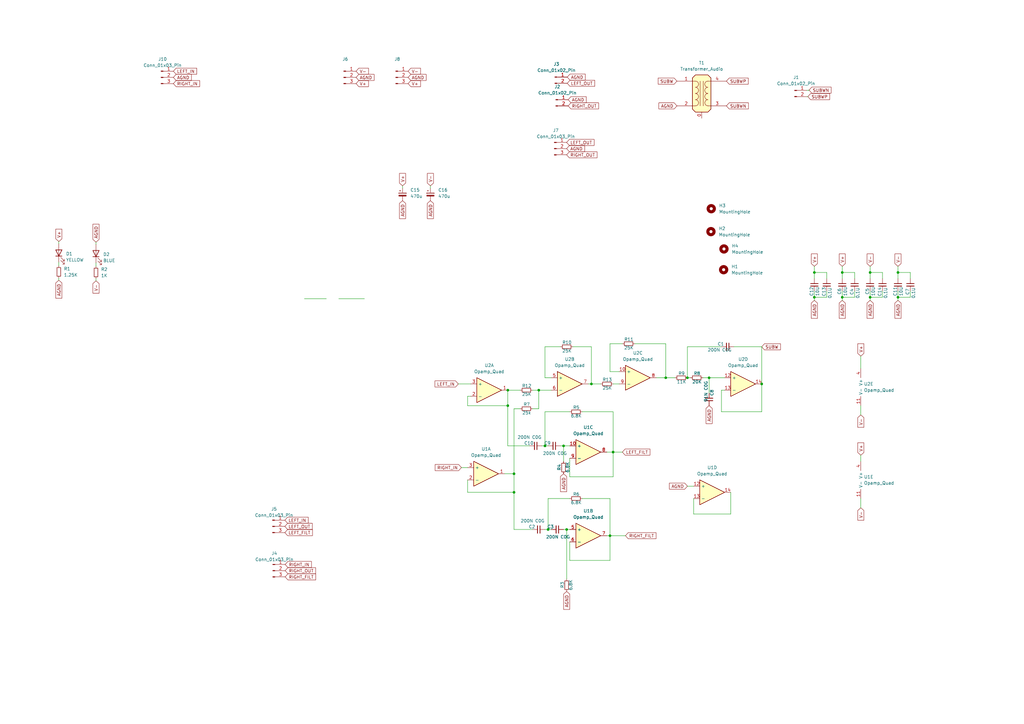
<source format=kicad_sch>
(kicad_sch (version 20231120) (generator "eeschema") (generator_version "8.0")
  (paper "A3")
  (lib_symbols
    (symbol "Connector:Conn_01x02_Pin" (pin_names (offset 1.016) hide)
      (property "Reference" "J" (at 0 2.54 0))
      (property "Value" "Conn_01x02_Pin" (at 0 -5.08 0))
      (symbol "Conn_01x02_Pin_1_1"
        (polyline (pts (xy 1.27 -2.54) (xy 0.8636 -2.54)) (stroke (width 0.1524)))
        (polyline (pts (xy 1.27 0) (xy 0.8636 0)) (stroke (width 0.1524)))
        (rectangle (start 0.8636 -2.413) (end 0 -2.667) (stroke (width 0.1524)) (fill (type outline)))
        (rectangle (start 0.8636 0.127) (end 0 -0.127) (stroke (width 0.1524)) (fill (type outline)))
        (pin passive line (at 5.08 0 180) (length 3.81) (name "Pin_1") (number "1"))
        (pin passive line (at 5.08 -2.54 180) (length 3.81) (name "Pin_2") (number "2"))
      )
    )
    (symbol "Connector:Conn_01x03_Male" (pin_names (offset 1.016) hide)
      (property "Reference" "J" (at 0 5.08 0))
      (property "Value" "Conn_01x03_Male" (at 0 -5.08 0))
      (symbol "Conn_01x03_Male_1_1"
        (polyline (pts (xy 1.27 -2.54) (xy 0.8636 -2.54)) (stroke (width 0.1524)))
        (polyline (pts (xy 1.27 0) (xy 0.8636 0)) (stroke (width 0.1524)))
        (polyline (pts (xy 1.27 2.54) (xy 0.8636 2.54)) (stroke (width 0.1524)))
        (rectangle (start 0.8636 -2.413) (end 0 -2.667) (stroke (width 0.1524)) (fill (type outline)))
        (rectangle (start 0.8636 0.127) (end 0 -0.127) (stroke (width 0.1524)) (fill (type outline)))
        (rectangle (start 0.8636 2.667) (end 0 2.413) (stroke (width 0.1524)) (fill (type outline)))
        (pin passive line (at 5.08 2.54 180) (length 3.81) (name "Pin_1") (number "1"))
        (pin passive line (at 5.08 0 180) (length 3.81) (name "Pin_2") (number "2"))
        (pin passive line (at 5.08 -2.54 180) (length 3.81) (name "Pin_3") (number "3"))
      )
    )
    (symbol "Connector:Conn_01x03_Pin" (pin_names (offset 1.016) hide)
      (property "Reference" "J" (at 0 5.08 0))
      (property "Value" "Conn_01x03_Pin" (at 0 -5.08 0))
      (symbol "Conn_01x03_Pin_1_1"
        (polyline (pts (xy 1.27 -2.54) (xy 0.8636 -2.54)) (stroke (width 0.1524)))
        (polyline (pts (xy 1.27 0) (xy 0.8636 0)) (stroke (width 0.1524)))
        (polyline (pts (xy 1.27 2.54) (xy 0.8636 2.54)) (stroke (width 0.1524)))
        (rectangle (start 0.8636 -2.413) (end 0 -2.667) (stroke (width 0.1524)) (fill (type outline)))
        (rectangle (start 0.8636 0.127) (end 0 -0.127) (stroke (width 0.1524)) (fill (type outline)))
        (rectangle (start 0.8636 2.667) (end 0 2.413) (stroke (width 0.1524)) (fill (type outline)))
        (pin passive line (at 5.08 2.54 180) (length 3.81) (name "Pin_1") (number "1"))
        (pin passive line (at 5.08 0 180) (length 3.81) (name "Pin_2") (number "2"))
        (pin passive line (at 5.08 -2.54 180) (length 3.81) (name "Pin_3") (number "3"))
      )
    )
    (symbol "Device:C_Polarized_Small" (pin_numbers hide) (pin_names (offset 0.254) hide)
      (property "Reference" "C" (at 0.254 1.778 0))
      (property "Value" "C_Polarized_Small" (at 0.254 -2.032 0))
      (symbol "C_Polarized_Small_0_1"
        (rectangle (start -1.524 -0.3048) (end 1.524 -0.6858) (fill (type outline)))
        (rectangle (start -1.524 0.6858) (end 1.524 0.3048))
        (polyline (pts (xy -1.27 1.524) (xy -0.762 1.524)))
        (polyline (pts (xy -1.016 1.27) (xy -1.016 1.778)))
      )
      (symbol "C_Polarized_Small_1_1"
        (pin passive line (at 0 2.54 270) (length 1.8542) (name "~") (number "1"))
        (pin passive line (at 0 -2.54 90) (length 1.8542) (name "~") (number "2"))
      )
    )
    (symbol "Device:C_Small" (pin_numbers hide) (pin_names (offset 0.254) hide)
      (property "Reference" "C" (at 0.254 1.778 0))
      (property "Value" "C_Small" (at 0.254 -2.032 0))
      (symbol "C_Small_0_1"
        (polyline (pts (xy -1.524 -0.508) (xy 1.524 -0.508)) (stroke (width 0.3302)))
        (polyline (pts (xy -1.524 0.508) (xy 1.524 0.508)) (stroke (width 0.3048)))
      )
      (symbol "C_Small_1_1"
        (pin passive line (at 0 2.54 270) (length 2.032) (name "~") (number "1"))
        (pin passive line (at 0 -2.54 90) (length 2.032) (name "~") (number "2"))
      )
    )
    (symbol "Device:LED" (pin_numbers hide) (pin_names (offset 1.016) hide)
      (property "Reference" "D" (at 0 2.54 0))
      (property "Value" "LED" (at 0 -2.54 0))
      (symbol "LED_0_1"
        (polyline (pts (xy -1.27 -1.27) (xy -1.27 1.27)) (stroke (width 0.254)))
        (polyline (pts (xy -1.27 0) (xy 1.27 0)))
        (polyline (pts (xy 1.27 -1.27) (xy 1.27 1.27) (xy -1.27 0) (xy 1.27 -1.27)) (stroke (width 0.254)))
        (polyline (pts (xy -3.048 -0.762) (xy -4.572 -2.286) (xy -3.81 -2.286) (xy -4.572 -2.286) (xy -4.572 -1.524)))
        (polyline (pts (xy -1.778 -0.762) (xy -3.302 -2.286) (xy -2.54 -2.286) (xy -3.302 -2.286) (xy -3.302 -1.524)))
      )
      (symbol "LED_1_1"
        (pin passive line (at -3.81 0 0) (length 2.54) (name "K") (number "1"))
        (pin passive line (at 3.81 0 180) (length 2.54) (name "A") (number "2"))
      )
    )
    (symbol "Device:Opamp_Quad"
      (property "Reference" "U" (at 0 5.08 0))
      (property "Value" "Opamp_Quad" (at 0 -5.08 0))
      (symbol "Opamp_Quad_1_1"
        (polyline (pts (xy -5.08 5.08) (xy 5.08 0) (xy -5.08 -5.08) (xy -5.08 5.08)) (stroke (width 0.254)) (fill (type background)))
        (pin output line (at 7.62 0 180) (length 2.54) (name "~") (number "1"))
        (pin input line (at -7.62 -2.54 0) (length 2.54) (name "-") (number "2"))
        (pin input line (at -7.62 2.54 0) (length 2.54) (name "+") (number "3"))
      )
      (symbol "Opamp_Quad_2_1"
        (polyline (pts (xy -5.08 5.08) (xy 5.08 0) (xy -5.08 -5.08) (xy -5.08 5.08)) (stroke (width 0.254)) (fill (type background)))
        (pin input line (at -7.62 2.54 0) (length 2.54) (name "+") (number "5"))
        (pin input line (at -7.62 -2.54 0) (length 2.54) (name "-") (number "6"))
        (pin output line (at 7.62 0 180) (length 2.54) (name "~") (number "7"))
      )
      (symbol "Opamp_Quad_3_1"
        (polyline (pts (xy -5.08 5.08) (xy 5.08 0) (xy -5.08 -5.08) (xy -5.08 5.08)) (stroke (width 0.254)) (fill (type background)))
        (pin input line (at -7.62 2.54 0) (length 2.54) (name "+") (number "10"))
        (pin output line (at 7.62 0 180) (length 2.54) (name "~") (number "8"))
        (pin input line (at -7.62 -2.54 0) (length 2.54) (name "-") (number "9"))
      )
      (symbol "Opamp_Quad_4_1"
        (polyline (pts (xy -5.08 5.08) (xy 5.08 0) (xy -5.08 -5.08) (xy -5.08 5.08)) (stroke (width 0.254)) (fill (type background)))
        (pin input line (at -7.62 2.54 0) (length 2.54) (name "+") (number "12"))
        (pin input line (at -7.62 -2.54 0) (length 2.54) (name "-") (number "13"))
        (pin output line (at 7.62 0 180) (length 2.54) (name "~") (number "14"))
      )
      (symbol "Opamp_Quad_5_1"
        (pin power_in line (at -2.54 -7.62 90) (length 3.81) (name "V-") (number "11"))
        (pin power_in line (at -2.54 7.62 270) (length 3.81) (name "V+") (number "4"))
      )
    )
    (symbol "Device:R_Small" (pin_numbers hide) (pin_names (offset 0.254) hide)
      (property "Reference" "R" (at 0.762 0.508 0))
      (property "Value" "R_Small" (at 0.762 -1.016 0))
      (symbol "R_Small_0_1"
        (rectangle (start -0.762 1.778) (end 0.762 -1.778) (stroke (width 0.2032)))
      )
      (symbol "R_Small_1_1"
        (pin passive line (at 0 2.54 270) (length 0.762) (name "~") (number "1"))
        (pin passive line (at 0 -2.54 90) (length 0.762) (name "~") (number "2"))
      )
    )
    (symbol "Device:Transformer_Audio" (pin_names (offset 1.016) hide)
      (property "Reference" "T" (at 0 11.684 0))
      (property "Value" "Transformer_Audio" (at 0.254 9.398 0))
      (symbol "Transformer_Audio_0_1"
        (arc (start -2.54 -5.0546) (mid -1.6599 -4.6901) (end -1.27 -3.81))
        (arc (start -2.54 -2.5146) (mid -1.6599 -2.1501) (end -1.27 -1.27))
        (arc (start -2.54 0.0254) (mid -1.6599 0.3899) (end -1.27 1.27))
        (arc (start -2.54 2.5654) (mid -1.6599 2.9299) (end -1.27 3.81))
        (arc (start -1.27 -3.81) (mid -1.642 -2.912) (end -2.54 -2.54))
        (arc (start -1.27 -1.27) (mid -1.642 -0.372) (end -2.54 0))
        (arc (start -1.27 1.27) (mid -1.642 2.168) (end -2.54 2.54))
        (arc (start -1.27 3.81) (mid -1.642 4.708) (end -2.54 5.08))
        (polyline (pts (xy -0.635 5.08) (xy -0.635 -5.08)))
        (polyline (pts (xy 0.635 -5.08) (xy 0.635 5.08)))
        (polyline (pts (xy -3.81 6.35) (xy -2.54 7.62) (xy 2.54 7.62) (xy 3.81 6.35) (xy 3.81 -6.35) (xy 2.54 -7.62) (xy -2.54 -7.62) (xy -3.81 -6.35) (xy -3.81 6.35)) (stroke (width 0.254)) (fill (type background)))
        (arc (start 1.2954 -1.27) (mid 1.6599 -2.1501) (end 2.54 -2.5146))
        (arc (start 1.2954 1.27) (mid 1.6599 0.3899) (end 2.54 0.0254))
        (arc (start 1.2954 3.81) (mid 1.6599 2.9299) (end 2.54 2.5654))
        (arc (start 1.3208 -3.81) (mid 1.6853 -4.6901) (end 2.5654 -5.0546))
        (arc (start 2.54 0) (mid 1.642 -0.372) (end 1.2954 -1.27))
        (arc (start 2.54 2.54) (mid 1.642 2.168) (end 1.2954 1.27))
        (arc (start 2.54 5.08) (mid 1.642 4.708) (end 1.2954 3.81))
        (arc (start 2.5654 -2.54) (mid 1.6674 -2.912) (end 1.3208 -3.81))
      )
      (symbol "Transformer_Audio_1_1"
        (pin input line (at 0 -10.16 90) (length 2.54) (name "~") (number "0"))
        (pin passive line (at -10.16 5.08 0) (length 7.62) (name "AA") (number "1"))
        (pin passive line (at -10.16 -5.08 0) (length 7.62) (name "AB") (number "2"))
        (pin passive line (at 10.16 -5.08 180) (length 7.62) (name "SA") (number "3"))
        (pin passive line (at 10.16 5.08 180) (length 7.62) (name "SB") (number "4"))
      )
    )
    (symbol "Mechanical:MountingHole" (pin_names (offset 1.016))
      (property "Reference" "H" (at 0 5.08 0))
      (property "Value" "MountingHole" (at 0 3.175 0))
      (symbol "MountingHole_0_1"
        (circle (center 0 0) (radius 1.27) (stroke (width 1.27)))
      )
    )
  )
  (junction (at 251.46 185.42))
  (junction (at 281.94 154.94))
  (junction (at 273.05 154.94))
  (junction (at 210.82 201.93))
  (junction (at 356.87 121.92))
  (junction (at 368.3 121.92))
  (junction (at 208.28 166.37))
  (junction (at 231.14 182.88))
  (junction (at 208.28 160.02))
  (junction (at 220.98 160.02))
  (junction (at 334.01 121.92))
  (junction (at 223.52 182.88))
  (junction (at 224.79 217.17))
  (junction (at 334.01 111.76))
  (junction (at 242.57 157.48))
  (junction (at 232.41 217.17))
  (junction (at 290.83 154.94))
  (junction (at 345.44 121.92))
  (junction (at 312.42 157.48))
  (junction (at 345.44 111.76))
  (junction (at 368.3 111.76))
  (junction (at 356.87 111.76))
  (junction (at 210.82 194.31))
  (junction (at 250.19 219.71))
  (wire (pts (xy 189.23 191.77) (xy 191.77 191.77)))
  (wire (pts (xy 345.44 121.92) (xy 345.44 119.38)))
  (wire (pts (xy 368.3 121.92) (xy 368.3 119.38)))
  (wire (pts (xy 368.3 123.19) (xy 368.3 121.92)))
  (wire (pts (xy 210.82 217.17) (xy 218.44 217.17)))
  (wire (pts (xy 353.06 146.05) (xy 353.06 151.13)))
  (wire (pts (xy 350.52 121.92) (xy 345.44 121.92)))
  (wire (pts (xy 284.48 204.47) (xy 284.48 210.82)))
  (wire (pts (xy 353.06 208.28) (xy 353.06 204.47)))
  (wire (pts (xy 187.96 157.48) (xy 193.04 157.48)))
  (wire (pts (xy 233.68 229.87) (xy 250.19 229.87)))
  (wire (pts (xy 39.37 115.189) (xy 39.37 114.3)))
  (wire (pts (xy 165.1 76.2) (xy 165.1 77.216)))
  (wire (pts (xy 229.87 142.24) (xy 223.52 142.24)))
  (wire (pts (xy 251.46 195.58) (xy 251.46 185.42)))
  (wire (pts (xy 331.343 39.624) (xy 330.962 39.624)))
  (wire (pts (xy 345.44 111.76) (xy 345.44 114.3)))
  (wire (pts (xy 133.858 122.555) (xy 124.841 122.555)))
  (wire (pts (xy 208.28 160.02) (xy 208.28 166.37)))
  (wire (pts (xy 238.76 168.91) (xy 251.46 168.91)))
  (wire (pts (xy 218.44 160.02) (xy 220.98 160.02)))
  (wire (pts (xy 312.42 142.24) (xy 312.42 157.48)))
  (wire (pts (xy 250.19 204.47) (xy 238.76 204.47)))
  (wire (pts (xy 251.46 168.91) (xy 251.46 185.42)))
  (wire (pts (xy 223.52 217.17) (xy 224.79 217.17)))
  (wire (pts (xy 339.09 114.3) (xy 339.09 111.76)))
  (wire (pts (xy 218.44 167.64) (xy 220.98 167.64)))
  (wire (pts (xy 361.95 119.38) (xy 361.95 121.92)))
  (wire (pts (xy 223.52 154.94) (xy 226.06 154.94)))
  (wire (pts (xy 39.37 99.314) (xy 39.37 100.203)))
  (wire (pts (xy 339.09 119.38) (xy 339.09 121.92)))
  (wire (pts (xy 24.13 99.06) (xy 24.13 99.949)))
  (wire (pts (xy 233.68 204.47) (xy 224.79 204.47)))
  (wire (pts (xy 361.95 121.92) (xy 356.87 121.92)))
  (wire (pts (xy 334.01 123.19) (xy 334.01 121.92)))
  (wire (pts (xy 232.41 217.17) (xy 233.68 217.17)))
  (wire (pts (xy 233.68 168.91) (xy 223.52 168.91)))
  (wire (pts (xy 250.19 140.97) (xy 250.19 152.4)))
  (wire (pts (xy 242.57 142.24) (xy 234.95 142.24)))
  (wire (pts (xy 220.98 160.02) (xy 226.06 160.02)))
  (wire (pts (xy 373.38 114.3) (xy 373.38 111.76)))
  (wire (pts (xy 273.05 140.97) (xy 260.35 140.97)))
  (wire (pts (xy 248.92 219.71) (xy 250.19 219.71)))
  (wire (pts (xy 312.42 168.91) (xy 312.42 157.48)))
  (wire (pts (xy 334.01 111.76) (xy 334.01 114.3)))
  (wire (pts (xy 345.44 109.22) (xy 345.44 111.76)))
  (wire (pts (xy 373.38 121.92) (xy 368.3 121.92)))
  (wire (pts (xy 334.01 121.92) (xy 334.01 119.38)))
  (wire (pts (xy 356.87 121.92) (xy 356.87 119.38)))
  (wire (pts (xy 208.28 166.37) (xy 191.77 166.37)))
  (wire (pts (xy 356.87 109.22) (xy 356.87 111.76)))
  (wire (pts (xy 356.87 123.19) (xy 356.87 121.92)))
  (wire (pts (xy 224.79 204.47) (xy 224.79 217.17)))
  (wire (pts (xy 250.19 229.87) (xy 250.19 219.71)))
  (wire (pts (xy 361.95 111.76) (xy 356.87 111.76)))
  (wire (pts (xy 356.87 111.76) (xy 356.87 114.3)))
  (wire (pts (xy 331.724 36.957) (xy 331.724 37.084)))
  (wire (pts (xy 241.3 157.48) (xy 242.57 157.48)))
  (wire (pts (xy 210.82 201.93) (xy 191.77 201.93)))
  (wire (pts (xy 24.13 114.935) (xy 24.13 114.046)))
  (wire (pts (xy 191.77 162.56) (xy 193.04 162.56)))
  (wire (pts (xy 176.53 76.2) (xy 176.53 77.216)))
  (wire (pts (xy 223.52 182.88) (xy 224.79 182.88)))
  (wire (pts (xy 281.94 142.24) (xy 281.94 154.94)))
  (wire (pts (xy 191.77 166.37) (xy 191.77 162.56)))
  (wire (pts (xy 299.72 210.82) (xy 299.72 201.93)))
  (wire (pts (xy 269.24 154.94) (xy 273.05 154.94)))
  (wire (pts (xy 231.14 189.23) (xy 231.14 182.88)))
  (wire (pts (xy 353.06 186.69) (xy 353.06 189.23)))
  (wire (pts (xy 208.28 182.88) (xy 217.17 182.88)))
  (wire (pts (xy 284.48 210.82) (xy 299.72 210.82)))
  (wire (pts (xy 368.3 111.76) (xy 368.3 114.3)))
  (wire (pts (xy 251.46 157.48) (xy 254 157.48)))
  (wire (pts (xy 246.38 157.48) (xy 242.57 157.48)))
  (wire (pts (xy 39.37 109.22) (xy 39.37 107.823)))
  (wire (pts (xy 210.82 167.64) (xy 210.82 194.31)))
  (wire (pts (xy 138.938 122.555) (xy 149.479 122.555)))
  (wire (pts (xy 250.19 219.71) (xy 256.54 219.71)))
  (wire (pts (xy 213.36 167.64) (xy 210.82 167.64)))
  (wire (pts (xy 242.57 157.48) (xy 242.57 142.24)))
  (wire (pts (xy 331.724 37.084) (xy 330.962 37.084)))
  (wire (pts (xy 223.52 142.24) (xy 223.52 154.94)))
  (wire (pts (xy 281.94 199.39) (xy 284.48 199.39)))
  (wire (pts (xy 251.46 185.42) (xy 248.92 185.42)))
  (wire (pts (xy 255.27 140.97) (xy 250.19 140.97)))
  (wire (pts (xy 24.13 108.966) (xy 24.13 107.569)))
  (wire (pts (xy 255.27 185.42) (xy 251.46 185.42)))
  (wire (pts (xy 334.01 109.22) (xy 334.01 111.76)))
  (wire (pts (xy 300.99 142.24) (xy 312.42 142.24)))
  (wire (pts (xy 220.98 167.64) (xy 220.98 160.02)))
  (wire (pts (xy 273.05 154.94) (xy 273.05 140.97)))
  (wire (pts (xy 295.91 142.24) (xy 281.94 142.24)))
  (wire (pts (xy 210.82 201.93) (xy 210.82 194.31)))
  (wire (pts (xy 233.68 187.96) (xy 233.68 195.58)))
  (wire (pts (xy 222.25 182.88) (xy 223.52 182.88)))
  (wire (pts (xy 361.95 114.3) (xy 361.95 111.76)))
  (wire (pts (xy 331.851 36.957) (xy 331.724 36.957)))
  (wire (pts (xy 232.41 237.49) (xy 232.41 217.17)))
  (wire (pts (xy 223.52 168.91) (xy 223.52 182.88)))
  (wire (pts (xy 231.14 217.17) (xy 232.41 217.17)))
  (wire (pts (xy 250.19 219.71) (xy 250.19 204.47)))
  (wire (pts (xy 290.83 154.94) (xy 297.18 154.94)))
  (wire (pts (xy 350.52 111.76) (xy 345.44 111.76)))
  (wire (pts (xy 208.28 166.37) (xy 208.28 182.88)))
  (wire (pts (xy 295.91 160.02) (xy 295.91 168.91)))
  (wire (pts (xy 297.18 160.02) (xy 295.91 160.02)))
  (wire (pts (xy 339.09 121.92) (xy 334.01 121.92)))
  (wire (pts (xy 276.86 154.94) (xy 273.05 154.94)))
  (wire (pts (xy 295.91 168.91) (xy 312.42 168.91)))
  (wire (pts (xy 229.87 182.88) (xy 231.14 182.88)))
  (wire (pts (xy 250.19 152.4) (xy 254 152.4)))
  (wire (pts (xy 210.82 217.17) (xy 210.82 201.93)))
  (wire (pts (xy 213.36 160.02) (xy 208.28 160.02)))
  (wire (pts (xy 339.09 111.76) (xy 334.01 111.76)))
  (wire (pts (xy 345.44 123.19) (xy 345.44 121.92)))
  (wire (pts (xy 231.14 182.88) (xy 233.68 182.88)))
  (wire (pts (xy 288.29 154.94) (xy 290.83 154.94)))
  (wire (pts (xy 350.52 114.3) (xy 350.52 111.76)))
  (wire (pts (xy 207.01 194.31) (xy 210.82 194.31)))
  (wire (pts (xy 353.06 170.18) (xy 353.06 166.37)))
  (wire (pts (xy 373.38 119.38) (xy 373.38 121.92)))
  (wire (pts (xy 191.77 201.93) (xy 191.77 196.85)))
  (wire (pts (xy 290.83 161.29) (xy 290.83 154.94)))
  (wire (pts (xy 368.3 109.22) (xy 368.3 111.76)))
  (wire (pts (xy 233.68 195.58) (xy 251.46 195.58)))
  (wire (pts (xy 224.79 217.17) (xy 226.06 217.17)))
  (wire (pts (xy 373.38 111.76) (xy 368.3 111.76)))
  (wire (pts (xy 233.68 222.25) (xy 233.68 229.87)))
  (wire (pts (xy 283.21 154.94) (xy 281.94 154.94)))
  (wire (pts (xy 350.52 119.38) (xy 350.52 121.92)))
  (global_label "AGND" (shape input) (at 356.87 123.19 270) (property "Intersheetrefs" "${INTERSHEET_REFS}" (effects (hide yes))))
  (global_label "RIGHT_IN" (shape input) (at 189.23 191.77 180) (property "Intersheetrefs" "${INTERSHEET_REFS}" (effects (hide yes))))
  (global_label "RIGHT_FILT" (shape input) (at 116.967 236.601 0) (property "Intersheetrefs" "${INTERSHEET_REFS}" (effects (hide yes))))
  (global_label "SUBWP" (shape input) (at 331.343 39.624 0) (property "Intersheetrefs" "${INTERSHEET_REFS}" (effects (hide yes))))
  (global_label "AGND" (shape input) (at 146.05 31.75 0) (property "Intersheetrefs" "${INTERSHEET_REFS}" (effects (hide yes))))
  (global_label "LEFT_OUT" (shape input) (at 232.664 34.163 0) (property "Intersheetrefs" "${INTERSHEET_REFS}" (effects (hide yes))))
  (global_label "V-" (shape input) (at 356.87 109.22 90) (property "Intersheetrefs" "${INTERSHEET_REFS}" (effects (hide yes))))
  (global_label "V-" (shape input) (at 353.06 170.18 270) (property "Intersheetrefs" "${INTERSHEET_REFS}" (effects (hide yes))))
  (global_label "SUBW" (shape input) (at 312.42 142.24 0) (property "Intersheetrefs" "${INTERSHEET_REFS}" (effects (hide yes))))
  (global_label "AGND" (shape input) (at 290.83 166.37 270) (property "Intersheetrefs" "${INTERSHEET_REFS}" (effects (hide yes))))
  (global_label "AGND" (shape input) (at 167.386 31.75 0) (property "Intersheetrefs" "${INTERSHEET_REFS}" (effects (hide yes))))
  (global_label "LEFT_FILT" (shape input) (at 116.84 218.44 0) (property "Intersheetrefs" "${INTERSHEET_REFS}" (effects (hide yes))))
  (global_label "V+" (shape input) (at 24.13 99.06 90) (property "Intersheetrefs" "${INTERSHEET_REFS}" (effects (hide yes))))
  (global_label "SUBWN" (shape input) (at 297.942 43.434 0) (property "Intersheetrefs" "${INTERSHEET_REFS}" (effects (hide yes))))
  (global_label "V+" (shape input) (at 167.386 34.29 0) (property "Intersheetrefs" "${INTERSHEET_REFS}" (effects (hide yes))))
  (global_label "AGND" (shape input) (at 334.01 123.19 270) (property "Intersheetrefs" "${INTERSHEET_REFS}" (effects (hide yes))))
  (global_label "AGND" (shape input) (at 277.622 43.434 180) (property "Intersheetrefs" "${INTERSHEET_REFS}" (effects (hide yes))))
  (global_label "V-" (shape input) (at 39.37 115.189 270) (property "Intersheetrefs" "${INTERSHEET_REFS}" (effects (hide yes))))
  (global_label "RIGHT_OUT" (shape input) (at 116.967 234.061 0) (property "Intersheetrefs" "${INTERSHEET_REFS}" (effects (hide yes))))
  (global_label "V+" (shape input) (at 146.05 34.29 0) (property "Intersheetrefs" "${INTERSHEET_REFS}" (effects (hide yes))))
  (global_label "V+" (shape input) (at 334.01 109.22 90) (property "Intersheetrefs" "${INTERSHEET_REFS}" (effects (hide yes))))
  (global_label "LEFT_IN" (shape input) (at 187.96 157.48 180) (property "Intersheetrefs" "${INTERSHEET_REFS}" (effects (hide yes))))
  (global_label "V-" (shape input) (at 176.53 76.2 90) (property "Intersheetrefs" "${INTERSHEET_REFS}" (effects (hide yes))))
  (global_label "AGND" (shape input) (at 232.664 31.623 0) (property "Intersheetrefs" "${INTERSHEET_REFS}" (effects (hide yes))))
  (global_label "AGND" (shape input) (at 24.13 114.935 270) (property "Intersheetrefs" "${INTERSHEET_REFS}" (effects (hide yes))))
  (global_label "AGND" (shape input) (at 232.41 60.96 0) (property "Intersheetrefs" "${INTERSHEET_REFS}" (effects (hide yes))))
  (global_label "AGND" (shape input) (at 39.37 99.314 90) (property "Intersheetrefs" "${INTERSHEET_REFS}" (effects (hide yes))))
  (global_label "SUBWN" (shape input) (at 331.851 36.957 0) (property "Intersheetrefs" "${INTERSHEET_REFS}" (effects (hide yes))))
  (global_label "LEFT_IN" (shape input) (at 71.12 29.21 0) (property "Intersheetrefs" "${INTERSHEET_REFS}" (effects (hide yes))))
  (global_label "SUBWP" (shape input) (at 297.942 33.274 0) (property "Intersheetrefs" "${INTERSHEET_REFS}" (effects (hide yes))))
  (global_label "RIGHT_FILT" (shape input) (at 256.54 219.71 0) (property "Intersheetrefs" "${INTERSHEET_REFS}" (effects (hide yes))))
  (global_label "LEFT_IN" (shape input) (at 116.84 213.36 0) (property "Intersheetrefs" "${INTERSHEET_REFS}" (effects (hide yes))))
  (global_label "AGND" (shape input) (at 281.94 199.39 180) (property "Intersheetrefs" "${INTERSHEET_REFS}" (effects (hide yes))))
  (global_label "AGND" (shape input) (at 231.14 194.31 270) (property "Intersheetrefs" "${INTERSHEET_REFS}" (effects (hide yes))))
  (global_label "RIGHT_IN" (shape input) (at 71.12 34.29 0) (property "Intersheetrefs" "${INTERSHEET_REFS}" (effects (hide yes))))
  (global_label "AGND" (shape input) (at 71.12 31.75 0) (property "Intersheetrefs" "${INTERSHEET_REFS}" (effects (hide yes))))
  (global_label "AGND" (shape input) (at 165.1 82.296 270) (property "Intersheetrefs" "${INTERSHEET_REFS}" (effects (hide yes))))
  (global_label "RIGHT_OUT" (shape input) (at 232.41 63.5 0) (property "Intersheetrefs" "${INTERSHEET_REFS}" (effects (hide yes))))
  (global_label "LEFT_OUT" (shape input) (at 116.84 215.9 0) (property "Intersheetrefs" "${INTERSHEET_REFS}" (effects (hide yes))))
  (global_label "V+" (shape input) (at 345.44 109.22 90) (property "Intersheetrefs" "${INTERSHEET_REFS}" (effects (hide yes))))
  (global_label "RIGHT_IN" (shape input) (at 116.967 231.521 0) (property "Intersheetrefs" "${INTERSHEET_REFS}" (effects (hide yes))))
  (global_label "V+" (shape input) (at 165.1 76.2 90) (property "Intersheetrefs" "${INTERSHEET_REFS}" (effects (hide yes))))
  (global_label "V-" (shape input) (at 353.06 208.28 270) (property "Intersheetrefs" "${INTERSHEET_REFS}" (effects (hide yes))))
  (global_label "V-" (shape input) (at 167.386 29.21 0) (property "Intersheetrefs" "${INTERSHEET_REFS}" (effects (hide yes))))
  (global_label "AGND" (shape input) (at 233.045 40.894 0) (property "Intersheetrefs" "${INTERSHEET_REFS}" (effects (hide yes))))
  (global_label "V-" (shape input) (at 368.3 109.22 90) (property "Intersheetrefs" "${INTERSHEET_REFS}" (effects (hide yes))))
  (global_label "AGND" (shape input) (at 176.53 82.296 270) (property "Intersheetrefs" "${INTERSHEET_REFS}" (effects (hide yes))))
  (global_label "AGND" (shape input) (at 232.41 242.57 270) (property "Intersheetrefs" "${INTERSHEET_REFS}" (effects (hide yes))))
  (global_label "SUBW" (shape input) (at 277.622 33.274 180) (property "Intersheetrefs" "${INTERSHEET_REFS}" (effects (hide yes))))
  (global_label "RIGHT_OUT" (shape input) (at 233.045 43.434 0) (property "Intersheetrefs" "${INTERSHEET_REFS}" (effects (hide yes))))
  (global_label "V+" (shape input) (at 353.06 146.05 90) (property "Intersheetrefs" "${INTERSHEET_REFS}" (effects (hide yes))))
  (global_label "AGND" (shape input) (at 368.3 123.19 270) (property "Intersheetrefs" "${INTERSHEET_REFS}" (effects (hide yes))))
  (global_label "V+" (shape input) (at 353.06 186.69 90) (property "Intersheetrefs" "${INTERSHEET_REFS}" (effects (hide yes))))
  (global_label "LEFT_FILT" (shape input) (at 255.27 185.42 0) (property "Intersheetrefs" "${INTERSHEET_REFS}" (effects (hide yes))))
  (global_label "V-" (shape input) (at 146.05 29.21 0) (property "Intersheetrefs" "${INTERSHEET_REFS}" (effects (hide yes))))
  (global_label "AGND" (shape input) (at 345.44 123.19 270) (property "Intersheetrefs" "${INTERSHEET_REFS}" (effects (hide yes))))
  (global_label "LEFT_OUT" (shape input) (at 232.41 58.42 0) (property "Intersheetrefs" "${INTERSHEET_REFS}" (effects (hide yes))))
  (symbol (lib_id "Device:C_Small") (at 356.87 116.84 0) (unit 1)
    (property "Reference" "C5" (at 355.727 119.507 90))
    (property "Value" "10U" (at 358.14 119.507 90))
    (property "Footprint" "Capacitor_SMD:C_1206_3216Metric_Pad1.33x1.80mm_HandSolder" (effects (hide yes)))
  )
  (symbol (lib_id "Connector:Conn_01x03_Pin") (at 111.76 215.9 0) (unit 1)
    (property "Reference" "J5" (at 112.395 208.788 0))
    (property "Value" "Conn_01x03_Pin" (at 112.395 211.328 0))
    (property "Footprint" "Connector_PinHeader_2.54mm:PinHeader_1x03_P2.54mm_Vertical" (effects (hide yes)))
  )
  (symbol (lib_id "Device:C_Small") (at 227.33 182.88 270) (unit 1)
    (property "Reference" "C9" (at 224.536 181.737 90))
    (property "Value" "200N C0G" (at 227.584 185.928 90))
    (property "Footprint" "Capacitor_SMD:C_0805_2012Metric_Pad1.18x1.45mm_HandSolder" (effects (hide yes)))
  )
  (symbol (lib_id "Device:C_Small") (at 228.6 217.17 270) (unit 1)
    (property "Reference" "C3" (at 225.806 216.027 90))
    (property "Value" "200N C0G" (at 228.854 220.218 90))
    (property "Footprint" "Capacitor_SMD:C_0805_2012Metric_Pad1.18x1.45mm_HandSolder" (effects (hide yes)))
  )
  (symbol (lib_id "Device:C_Small") (at 334.01 116.84 0) (unit 1)
    (property "Reference" "C12" (at 332.867 119.507 90))
    (property "Value" "10U" (at 335.28 119.507 90))
    (property "Footprint" "Capacitor_SMD:C_1206_3216Metric_Pad1.33x1.80mm_HandSolder" (effects (hide yes)))
  )
  (symbol (lib_id "Device:C_Small") (at 298.45 142.24 270) (unit 1)
    (property "Reference" "C1" (at 295.656 141.097 90))
    (property "Value" "200N C0G" (at 295.148 143.51 90))
    (property "Footprint" "Capacitor_SMD:C_0805_2012Metric_Pad1.18x1.45mm_HandSolder" (effects (hide yes)))
  )
  (symbol (lib_id "Device:R_Small") (at 232.41 142.24 270) (unit 1)
    (property "Reference" "R10" (at 232.537 140.462 90))
    (property "Value" "25K" (at 232.537 143.891 90))
    (property "Footprint" "Resistor_SMD:R_0603_1608Metric_Pad0.98x0.95mm_HandSolder" (effects (hide yes)))
  )
  (symbol (lib_id "Device:C_Small") (at 290.83 163.83 180) (unit 1)
    (property "Reference" "C8" (at 291.973 161.036 90))
    (property "Value" "91N C0G" (at 289.56 160.528 90))
    (property "Footprint" "Capacitor_SMD:C_0805_2012Metric_Pad1.18x1.45mm_HandSolder" (effects (hide yes)))
  )
  (symbol (lib_id "Connector:Conn_01x03_Pin") (at 227.33 60.96 0) (unit 1)
    (property "Reference" "J7" (at 227.965 53.467 0))
    (property "Value" "Conn_01x03_Pin" (at 227.965 56.007 0))
    (property "Footprint" "Connector_JST:JST_PH_B3B-PH-K_1x03_P2.00mm_Vertical" (effects (hide yes)))
  )
  (symbol (lib_id "Device:Transformer_Audio") (at 287.782 38.354 0) (unit 1)
    (property "Reference" "T1" (at 287.782 25.781 0))
    (property "Value" "Transformer_Audio" (at 287.782 28.321 0))
    (property "Footprint" "Components:DA101C" (effects (hide yes)))
  )
  (symbol (lib_id "Device:R_Small") (at 257.81 140.97 270) (unit 1)
    (property "Reference" "R11" (at 257.937 139.192 90))
    (property "Value" "25K" (at 257.937 142.621 90))
    (property "Footprint" "Resistor_SMD:R_0603_1608Metric_Pad0.98x0.95mm_HandSolder" (effects (hide yes)))
  )
  (symbol (lib_id "Connector:Conn_01x03_Pin") (at 66.04 31.75 0) (unit 1)
    (property "Reference" "J10" (at 66.675 24.257 0))
    (property "Value" "Conn_01x03_Pin" (at 66.675 26.797 0))
    (property "Footprint" "Connector_JST:JST_PH_B3B-PH-K_1x03_P2.00mm_Vertical" (effects (hide yes)))
  )
  (symbol (lib_id "Device:R_Small") (at 279.4 154.94 270) (unit 1)
    (property "Reference" "R9" (at 279.527 153.162 90))
    (property "Value" "11K" (at 279.527 156.591 90))
    (property "Footprint" "Resistor_SMD:R_0603_1608Metric_Pad0.98x0.95mm_HandSolder" (effects (hide yes)))
  )
  (symbol (lib_id "Device:Opamp_Quad") (at 355.6 158.75 0) (unit 5)
    (property "Reference" "U2" (at 354.33 157.4799 0) (effects (justify left)))
    (property "Value" "Opamp_Quad" (at 354.33 160.0199 0) (effects (justify left)))
    (property "Footprint" "Package_SO:TSSOP-14_4.4x5mm_P0.65mm" (effects (hide yes)))
    (property "Description" "Quad operational amplifier" (effects (hide yes)))
    (property "Sim.Library" "${KICAD7_SYMBOL_DIR}/Simulation_SPICE.sp" (effects (hide yes)))
    (property "Sim.Name" "kicad_builtin_opamp_quad" (effects (hide yes)))
    (property "Sim.Device" "SUBCKT" (effects (hide yes)))
    (property "Sim.Pins" "1=out1 2=in1- 3=in1+ 4=vcc 5=in2+ 6=in2- 7=out2 8=out3 9=in3- 10=in3+ 11=vee 12=in4+ 13=in4- 14=out4" (effects (hide yes)))
  )
  (symbol (lib_id "Device:R_Small") (at 285.75 154.94 270) (unit 1)
    (property "Reference" "R8" (at 285.877 153.162 90))
    (property "Value" "20K" (at 285.877 156.591 90))
    (property "Footprint" "Resistor_SMD:R_0603_1608Metric_Pad0.98x0.95mm_HandSolder" (effects (hide yes)))
  )
  (symbol (lib_id "Device:R_Small") (at 248.92 157.48 270) (unit 1)
    (property "Reference" "R13" (at 249.047 155.702 90))
    (property "Value" "25K" (at 249.047 159.131 90))
    (property "Footprint" "Resistor_SMD:R_0603_1608Metric_Pad0.98x0.95mm_HandSolder" (effects (hide yes)))
  )
  (symbol (lib_id "Mechanical:MountingHole") (at 296.926 102.108 0) (unit 1)
    (property "Reference" "H4" (at 300.101 100.8379 0) (effects (justify left)))
    (property "Value" "MountingHole" (at 300.101 103.3779 0) (effects (justify left)))
    (property "Footprint" "MountingHole:MountingHole_3.2mm_M3" (effects (hide yes)))
  )
  (symbol (lib_id "Device:R_Small") (at 236.22 204.47 270) (unit 1)
    (property "Reference" "R6" (at 236.347 202.692 90))
    (property "Value" "6.8K" (at 236.347 206.121 90))
    (property "Footprint" "Resistor_SMD:R_0603_1608Metric_Pad0.98x0.95mm_HandSolder" (effects (hide yes)))
  )
  (symbol (lib_id "Device:R_Small") (at 39.37 111.76 180) (unit 1)
    (property "Reference" "R2" (at 41.402 110.49 0) (effects (justify right)))
    (property "Value" "1K" (at 41.402 113.03 0) (effects (justify right)))
    (property "Footprint" "Resistor_SMD:R_0603_1608Metric_Pad0.98x0.95mm_HandSolder" (effects (hide yes)))
  )
  (symbol (lib_id "Device:C_Small") (at 361.95 116.84 0) (unit 1)
    (property "Reference" "C14" (at 360.807 119.634 90))
    (property "Value" "0.1U" (at 363.22 120.142 90))
    (property "Footprint" "Capacitor_SMD:C_0805_2012Metric_Pad1.18x1.45mm_HandSolder" (effects (hide yes)))
  )
  (symbol (lib_id "Device:C_Polarized_Small") (at 176.53 79.756 0) (unit 1)
    (property "Reference" "C16" (at 179.705 77.9399 0) (effects (justify left)))
    (property "Value" "470u" (at 179.705 80.4799 0) (effects (justify left)))
    (property "Footprint" "Capacitor_THT:CP_Radial_D6.3mm_P2.50mm" (effects (hide yes)))
  )
  (symbol (lib_id "Connector:Conn_01x03_Male") (at 162.306 31.75 0) (unit 1)
    (property "Reference" "J8" (at 162.941 24.257 0))
    (property "Value" "Conn_01x03_Male" (effects (hide yes)))
    (property "Footprint" "Connector_JST:JST_PH_B3B-PH-K_1x03_P2.00mm_Vertical" (effects (hide yes)))
  )
  (symbol (lib_id "Connector:Conn_01x02_Pin") (at 325.882 37.084 0) (unit 1)
    (property "Reference" "J1" (at 326.517 31.75 0))
    (property "Value" "Conn_01x02_Pin" (at 326.517 34.29 0))
    (property "Footprint" "Connector_JST:JST_PH_B2B-PH-K_1x02_P2.00mm_Vertical" (effects (hide yes)))
  )
  (symbol (lib_id "Device:R_Small") (at 215.9 167.64 270) (unit 1)
    (property "Reference" "R7" (at 216.027 165.862 90))
    (property "Value" "25k" (at 216.027 169.291 90))
    (property "Footprint" "Resistor_SMD:R_0603_1608Metric_Pad0.98x0.95mm_HandSolder" (effects (hide yes)))
  )
  (symbol (lib_id "Mechanical:MountingHole") (at 291.719 85.598 0) (unit 1)
    (property "Reference" "H3" (at 294.894 84.3279 0) (effects (justify left)))
    (property "Value" "MountingHole" (at 294.894 86.8679 0) (effects (justify left)))
    (property "Footprint" "MountingHole:MountingHole_3.2mm_M3" (effects (hide yes)))
  )
  (symbol (lib_id "Device:R_Small") (at 232.41 240.03 0) (unit 1)
    (property "Reference" "R3" (at 230.632 239.903 90))
    (property "Value" "6.8K" (at 234.061 239.903 90))
    (property "Footprint" "Resistor_SMD:R_0603_1608Metric_Pad0.98x0.95mm_HandSolder" (effects (hide yes)))
  )
  (symbol (lib_id "Device:C_Polarized_Small") (at 165.1 79.756 0) (unit 1)
    (property "Reference" "C15" (at 168.275 77.9399 0) (effects (justify left)))
    (property "Value" "470u" (at 168.275 80.4799 0) (effects (justify left)))
    (property "Footprint" "Capacitor_THT:CP_Radial_D6.3mm_P2.50mm" (effects (hide yes)))
  )
  (symbol (lib_id "Device:Opamp_Quad") (at 304.8 157.48 0) (unit 4)
    (property "Reference" "U2" (at 304.8 147.32 0))
    (property "Value" "Opamp_Quad" (at 304.8 149.86 0))
    (property "Footprint" "Package_SO:TSSOP-14_4.4x5mm_P0.65mm" (effects (hide yes)))
    (property "Description" "Quad operational amplifier" (effects (hide yes)))
    (property "Sim.Library" "${KICAD7_SYMBOL_DIR}/Simulation_SPICE.sp" (effects (hide yes)))
    (property "Sim.Name" "kicad_builtin_opamp_quad" (effects (hide yes)))
    (property "Sim.Device" "SUBCKT" (effects (hide yes)))
    (property "Sim.Pins" "1=out1 2=in1- 3=in1+ 4=vcc 5=in2+ 6=in2- 7=out2 8=out3 9=in3- 10=in3+ 11=vee 12=in4+ 13=in4- 14=out4" (effects (hide yes)))
  )
  (symbol (lib_id "Device:R_Small") (at 236.22 168.91 270) (unit 1)
    (property "Reference" "R5" (at 236.347 167.132 90))
    (property "Value" "6.8K" (at 236.347 170.561 90))
    (property "Footprint" "Resistor_SMD:R_0603_1608Metric_Pad0.98x0.95mm_HandSolder" (effects (hide yes)))
  )
  (symbol (lib_id "Connector:Conn_01x03_Male") (at 140.97 31.75 0) (unit 1)
    (property "Reference" "J6" (at 141.605 24.257 0))
    (property "Value" "Conn_01x03_Male" (effects (hide yes)))
    (property "Footprint" "Connector_JST:JST_PH_B3B-PH-K_1x03_P2.00mm_Vertical" (effects (hide yes)))
  )
  (symbol (lib_id "Device:Opamp_Quad") (at 241.3 219.71 0) (unit 2)
    (property "Reference" "U1" (at 241.3 209.55 0))
    (property "Value" "Opamp_Quad" (at 241.3 212.09 0))
    (property "Footprint" "Package_SO:TSSOP-14_4.4x5mm_P0.65mm" (effects (hide yes)))
    (property "Description" "Quad operational amplifier" (effects (hide yes)))
    (property "Sim.Library" "${KICAD7_SYMBOL_DIR}/Simulation_SPICE.sp" (effects (hide yes)))
    (property "Sim.Name" "kicad_builtin_opamp_quad" (effects (hide yes)))
    (property "Sim.Device" "SUBCKT" (effects (hide yes)))
    (property "Sim.Pins" "1=out1 2=in1- 3=in1+ 4=vcc 5=in2+ 6=in2- 7=out2 8=out3 9=in3- 10=in3+ 11=vee 12=in4+ 13=in4- 14=out4" (effects (hide yes)))
  )
  (symbol (lib_id "Device:Opamp_Quad") (at 355.6 196.85 0) (unit 5)
    (property "Reference" "U1" (at 354.33 195.5799 0) (effects (justify left)))
    (property "Value" "Opamp_Quad" (at 354.33 198.1199 0) (effects (justify left)))
    (property "Footprint" "Package_SO:TSSOP-14_4.4x5mm_P0.65mm" (effects (hide yes)))
    (property "Description" "Quad operational amplifier" (effects (hide yes)))
    (property "Sim.Library" "${KICAD7_SYMBOL_DIR}/Simulation_SPICE.sp" (effects (hide yes)))
    (property "Sim.Name" "kicad_builtin_opamp_quad" (effects (hide yes)))
    (property "Sim.Device" "SUBCKT" (effects (hide yes)))
    (property "Sim.Pins" "1=out1 2=in1- 3=in1+ 4=vcc 5=in2+ 6=in2- 7=out2 8=out3 9=in3- 10=in3+ 11=vee 12=in4+ 13=in4- 14=out4" (effects (hide yes)))
  )
  (symbol (lib_id "Connector:Conn_01x02_Pin") (at 227.965 40.894 0) (unit 1)
    (property "Reference" "J2" (at 228.6 35.56 0))
    (property "Value" "Conn_01x02_Pin" (at 228.6 38.1 0))
    (property "Footprint" "Connector_JST:JST_PH_B2B-PH-K_1x02_P2.00mm_Vertical" (effects (hide yes)))
  )
  (symbol (lib_id "Device:C_Small") (at 368.3 116.84 0) (unit 1)
    (property "Reference" "C11" (at 367.157 119.507 90))
    (property "Value" "10U" (at 369.57 119.507 90))
    (property "Footprint" "Capacitor_SMD:C_1206_3216Metric_Pad1.33x1.80mm_HandSolder" (effects (hide yes)))
  )
  (symbol (lib_id "Mechanical:MountingHole") (at 296.799 110.617 0) (unit 1)
    (property "Reference" "H1" (at 299.974 109.3469 0) (effects (justify left)))
    (property "Value" "MountingHole" (at 299.974 111.8869 0) (effects (justify left)))
    (property "Footprint" "MountingHole:MountingHole_3.2mm_M3" (effects (hide yes)))
  )
  (symbol (lib_id "Device:Opamp_Quad") (at 292.1 201.93 0) (unit 4)
    (property "Reference" "U1" (at 292.1 191.77 0))
    (property "Value" "Opamp_Quad" (at 292.1 194.31 0))
    (property "Footprint" "Package_SO:TSSOP-14_4.4x5mm_P0.65mm" (effects (hide yes)))
    (property "Description" "Quad operational amplifier" (effects (hide yes)))
    (property "Sim.Library" "${KICAD7_SYMBOL_DIR}/Simulation_SPICE.sp" (effects (hide yes)))
    (property "Sim.Name" "kicad_builtin_opamp_quad" (effects (hide yes)))
    (property "Sim.Device" "SUBCKT" (effects (hide yes)))
    (property "Sim.Pins" "1=out1 2=in1- 3=in1+ 4=vcc 5=in2+ 6=in2- 7=out2 8=out3 9=in3- 10=in3+ 11=vee 12=in4+ 13=in4- 14=out4" (effects (hide yes)))
  )
  (symbol (lib_id "Device:C_Small") (at 350.52 116.84 0) (unit 1)
    (property "Reference" "C4" (at 349.377 119.634 90))
    (property "Value" "0.1U" (at 351.79 120.142 90))
    (property "Footprint" "Capacitor_SMD:C_0805_2012Metric_Pad1.18x1.45mm_HandSolder" (effects (hide yes)))
  )
  (symbol (lib_id "Device:R_Small") (at 24.13 111.506 180) (unit 1)
    (property "Reference" "R1" (at 26.162 110.236 0) (effects (justify right)))
    (property "Value" "1.25K" (at 26.162 112.776 0) (effects (justify right)))
    (property "Footprint" "Resistor_SMD:R_0603_1608Metric_Pad0.98x0.95mm_HandSolder" (effects (hide yes)))
  )
  (symbol (lib_id "Device:R_Small") (at 231.14 191.77 0) (unit 1)
    (property "Reference" "R4" (at 229.362 191.643 90))
    (property "Value" "6.8K" (at 232.791 191.643 90))
    (property "Footprint" "Resistor_SMD:R_0603_1608Metric_Pad0.98x0.95mm_HandSolder" (effects (hide yes)))
  )
  (symbol (lib_id "Device:Opamp_Quad") (at 233.68 157.48 0) (unit 2)
    (property "Reference" "U2" (at 233.68 147.32 0))
    (property "Value" "Opamp_Quad" (at 233.68 149.86 0))
    (property "Footprint" "Package_SO:TSSOP-14_4.4x5mm_P0.65mm" (effects (hide yes)))
    (property "Description" "Quad operational amplifier" (effects (hide yes)))
    (property "Sim.Library" "${KICAD7_SYMBOL_DIR}/Simulation_SPICE.sp" (effects (hide yes)))
    (property "Sim.Name" "kicad_builtin_opamp_quad" (effects (hide yes)))
    (property "Sim.Device" "SUBCKT" (effects (hide yes)))
    (property "Sim.Pins" "1=out1 2=in1- 3=in1+ 4=vcc 5=in2+ 6=in2- 7=out2 8=out3 9=in3- 10=in3+ 11=vee 12=in4+ 13=in4- 14=out4" (effects (hide yes)))
  )
  (symbol (lib_id "Device:C_Small") (at 373.38 116.84 0) (unit 1)
    (property "Reference" "C7" (at 372.237 119.634 90))
    (property "Value" "0.1U" (at 374.65 120.142 90))
    (property "Footprint" "Capacitor_SMD:C_0805_2012Metric_Pad1.18x1.45mm_HandSolder" (effects (hide yes)))
  )
  (symbol (lib_id "Mechanical:MountingHole") (at 291.592 94.996 0) (unit 1)
    (property "Reference" "H2" (at 294.767 93.7259 0) (effects (justify left)))
    (property "Value" "MountingHole" (at 294.767 96.2659 0) (effects (justify left)))
    (property "Footprint" "MountingHole:MountingHole_3.2mm_M3" (effects (hide yes)))
  )
  (symbol (lib_id "Device:Opamp_Quad") (at 199.39 194.31 0) (unit 1)
    (property "Reference" "U1" (at 199.39 184.15 0))
    (property "Value" "Opamp_Quad" (at 199.39 186.69 0))
    (property "Footprint" "Package_SO:TSSOP-14_4.4x5mm_P0.65mm" (effects (hide yes)))
    (property "Description" "Quad operational amplifier" (effects (hide yes)))
    (property "Sim.Library" "${KICAD7_SYMBOL_DIR}/Simulation_SPICE.sp" (effects (hide yes)))
    (property "Sim.Name" "kicad_builtin_opamp_quad" (effects (hide yes)))
    (property "Sim.Device" "SUBCKT" (effects (hide yes)))
    (property "Sim.Pins" "1=out1 2=in1- 3=in1+ 4=vcc 5=in2+ 6=in2- 7=out2 8=out3 9=in3- 10=in3+ 11=vee 12=in4+ 13=in4- 14=out4" (effects (hide yes)))
  )
  (symbol (lib_id "Connector:Conn_01x03_Pin") (at 111.887 234.061 0) (unit 1)
    (property "Reference" "J4" (at 112.522 226.949 0))
    (property "Value" "Conn_01x03_Pin" (at 112.522 229.489 0))
    (property "Footprint" "Connector_PinHeader_2.54mm:PinHeader_1x03_P2.54mm_Vertical" (effects (hide yes)))
  )
  (symbol (lib_id "Device:C_Small") (at 339.09 116.84 0) (unit 1)
    (property "Reference" "C13" (at 337.947 119.634 90))
    (property "Value" "0.1U" (at 340.36 120.142 90))
    (property "Footprint" "Capacitor_SMD:C_0805_2012Metric_Pad1.18x1.45mm_HandSolder" (effects (hide yes)))
  )
  (symbol (lib_id "Device:Opamp_Quad") (at 200.66 160.02 0) (unit 1)
    (property "Reference" "U2" (at 200.66 149.86 0))
    (property "Value" "Opamp_Quad" (at 200.66 152.4 0))
    (property "Footprint" "Package_SO:TSSOP-14_4.4x5mm_P0.65mm" (effects (hide yes)))
    (property "Description" "Quad operational amplifier" (effects (hide yes)))
    (property "Sim.Library" "${KICAD7_SYMBOL_DIR}/Simulation_SPICE.sp" (effects (hide yes)))
    (property "Sim.Name" "kicad_builtin_opamp_quad" (effects (hide yes)))
    (property "Sim.Device" "SUBCKT" (effects (hide yes)))
    (property "Sim.Pins" "1=out1 2=in1- 3=in1+ 4=vcc 5=in2+ 6=in2- 7=out2 8=out3 9=in3- 10=in3+ 11=vee 12=in4+ 13=in4- 14=out4" (effects (hide yes)))
  )
  (symbol (lib_id "Connector:Conn_01x02_Pin") (at 227.584 31.623 0) (unit 1)
    (property "Reference" "J3" (at 228.219 26.289 0))
    (property "Value" "Conn_01x02_Pin" (at 228.219 28.829 0))
    (property "Footprint" "Connector_JST:JST_PH_B2B-PH-K_1x02_P2.00mm_Vertical" (effects (hide yes)))
  )
  (symbol (lib_id "Device:C_Small") (at 219.71 182.88 270) (unit 1)
    (property "Reference" "C10" (at 216.916 181.737 90))
    (property "Value" "200N C0G" (at 217.17 179.324 90))
    (property "Footprint" "Capacitor_SMD:C_0805_2012Metric_Pad1.18x1.45mm_HandSolder" (effects (hide yes)))
  )
  (symbol (lib_id "Device:C_Small") (at 345.44 116.84 0) (unit 1)
    (property "Reference" "C6" (at 344.297 119.507 90))
    (property "Value" "10U" (at 346.71 119.507 90))
    (property "Footprint" "Capacitor_SMD:C_1206_3216Metric_Pad1.33x1.80mm_HandSolder" (effects (hide yes)))
  )
  (symbol (lib_id "Device:R_Small") (at 215.9 160.02 270) (unit 1)
    (property "Reference" "R12" (at 216.027 158.242 90))
    (property "Value" "25K" (at 216.027 161.671 90))
    (property "Footprint" "Resistor_SMD:R_0603_1608Metric_Pad0.98x0.95mm_HandSolder" (effects (hide yes)))
  )
  (symbol (lib_id "Device:Opamp_Quad") (at 261.62 154.94 0) (unit 3)
    (property "Reference" "U2" (at 261.62 144.78 0))
    (property "Value" "Opamp_Quad" (at 261.62 147.32 0))
    (property "Footprint" "Package_SO:TSSOP-14_4.4x5mm_P0.65mm" (effects (hide yes)))
    (property "Description" "Quad operational amplifier" (effects (hide yes)))
    (property "Sim.Library" "${KICAD7_SYMBOL_DIR}/Simulation_SPICE.sp" (effects (hide yes)))
    (property "Sim.Name" "kicad_builtin_opamp_quad" (effects (hide yes)))
    (property "Sim.Device" "SUBCKT" (effects (hide yes)))
    (property "Sim.Pins" "1=out1 2=in1- 3=in1+ 4=vcc 5=in2+ 6=in2- 7=out2 8=out3 9=in3- 10=in3+ 11=vee 12=in4+ 13=in4- 14=out4" (effects (hide yes)))
  )
  (symbol (lib_id "Device:Opamp_Quad") (at 241.3 185.42 0) (unit 3)
    (property "Reference" "U1" (at 241.3 175.26 0))
    (property "Value" "Opamp_Quad" (at 241.3 177.8 0))
    (property "Footprint" "Package_SO:TSSOP-14_4.4x5mm_P0.65mm" (effects (hide yes)))
    (property "Description" "Quad operational amplifier" (effects (hide yes)))
    (property "Sim.Library" "${KICAD7_SYMBOL_DIR}/Simulation_SPICE.sp" (effects (hide yes)))
    (property "Sim.Name" "kicad_builtin_opamp_quad" (effects (hide yes)))
    (property "Sim.Device" "SUBCKT" (effects (hide yes)))
    (property "Sim.Pins" "1=out1 2=in1- 3=in1+ 4=vcc 5=in2+ 6=in2- 7=out2 8=out3 9=in3- 10=in3+ 11=vee 12=in4+ 13=in4- 14=out4" (effects (hide yes)))
  )
  (symbol (lib_id "Device:C_Small") (at 220.98 217.17 270) (unit 1)
    (property "Reference" "C2" (at 218.186 216.027 90))
    (property "Value" "200N C0G" (at 218.44 213.614 90))
    (property "Footprint" "Capacitor_SMD:C_0805_2012Metric_Pad1.18x1.45mm_HandSolder" (effects (hide yes)))
  )
  (symbol (lib_id "Device:LED") (at 24.13 103.759 90) (unit 1)
    (property "Reference" "D1" (at 27.051 104.0765 90) (effects (justify right)))
    (property "Value" "YELLOW" (at 27.051 106.6165 90) (effects (justify right)))
    (property "Footprint" "LED_SMD:LED_0805_2012Metric_Pad1.15x1.40mm_HandSolder" (effects (hide yes)))
  )
  (symbol (lib_id "Device:LED") (at 39.37 104.013 90) (unit 1)
    (property "Reference" "D2" (at 42.291 104.3305 90) (effects (justify right)))
    (property "Value" "BLUE" (at 42.291 106.8705 90) (effects (justify right)))
    (property "Footprint" "LED_SMD:LED_0805_2012Metric_Pad1.15x1.40mm_HandSolder" (effects (hide yes)))
  )
)
</source>
